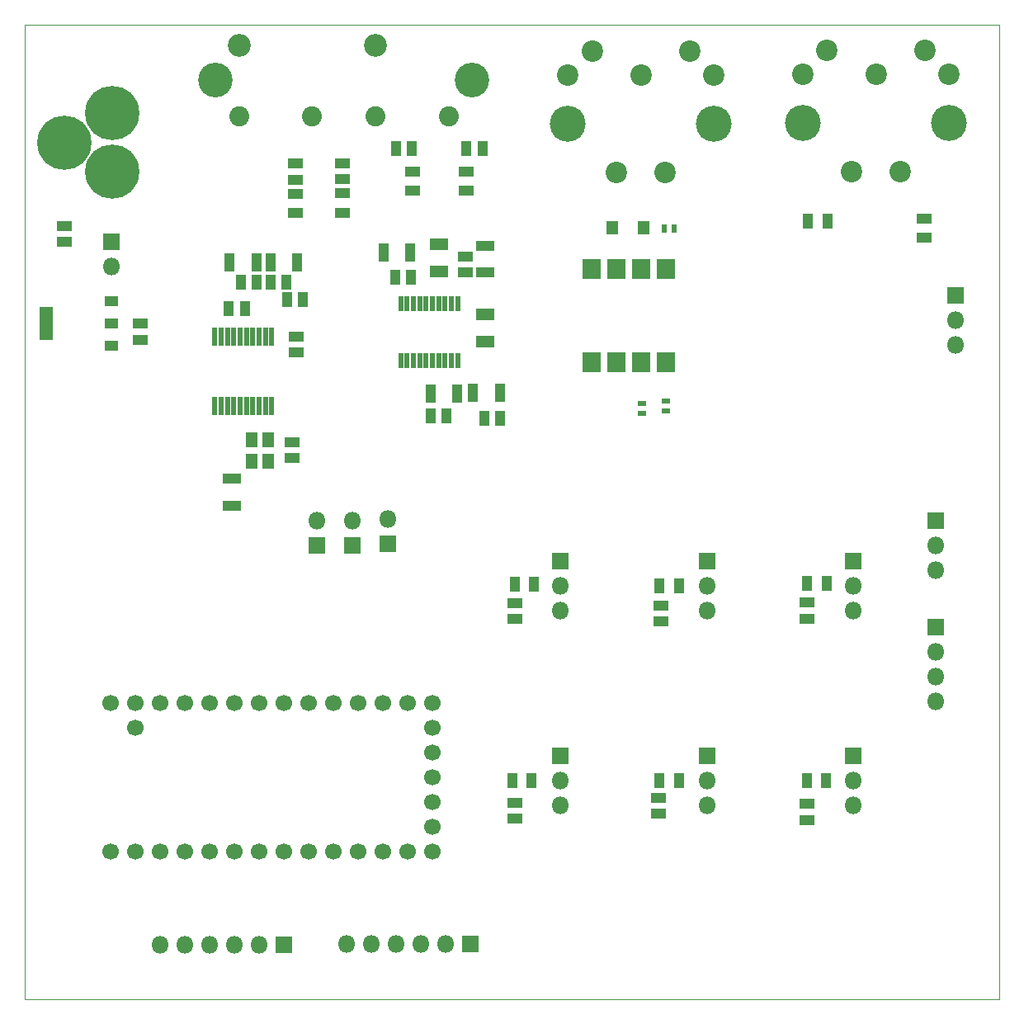
<source format=gbr>
%TF.GenerationSoftware,KiCad,Pcbnew,(5.1.6)-1*%
%TF.CreationDate,2020-08-11T23:20:14+02:00*%
%TF.ProjectId,AudioBoard,41756469-6f42-46f6-9172-642e6b696361,rev?*%
%TF.SameCoordinates,Original*%
%TF.FileFunction,Soldermask,Top*%
%TF.FilePolarity,Negative*%
%FSLAX46Y46*%
G04 Gerber Fmt 4.6, Leading zero omitted, Abs format (unit mm)*
G04 Created by KiCad (PCBNEW (5.1.6)-1) date 2020-08-11 23:20:14*
%MOMM*%
%LPD*%
G01*
G04 APERTURE LIST*
%TA.AperFunction,Profile*%
%ADD10C,0.050000*%
%TD*%
%ADD11R,1.650000X1.100000*%
%ADD12R,1.100000X1.650000*%
%ADD13R,0.900000X0.600000*%
%ADD14R,0.600000X0.900000*%
%ADD15C,3.548200*%
%ADD16C,2.350000*%
%ADD17C,2.050000*%
%ADD18R,1.880000X2.100000*%
%ADD19R,1.120000X1.880000*%
%ADD20R,1.490000X1.010000*%
%ADD21R,1.300000X1.500000*%
%ADD22C,1.700000*%
%ADD23O,1.800000X1.800000*%
%ADD24R,1.800000X1.800000*%
%ADD25C,3.685000*%
%ADD26C,2.200000*%
%ADD27C,5.560000*%
%ADD28R,0.550000X1.900000*%
%ADD29R,0.550000X1.575000*%
%ADD30R,1.400000X3.350000*%
%ADD31R,1.400000X1.050000*%
%ADD32R,1.220000X1.320000*%
%ADD33R,1.530000X1.040000*%
%ADD34R,1.880000X1.120000*%
%ADD35R,1.010000X1.490000*%
%ADD36R,1.090000X1.570000*%
%ADD37R,1.920000X1.150000*%
%ADD38R,1.570000X1.090000*%
%ADD39R,1.040000X1.530000*%
G04 APERTURE END LIST*
D10*
X50000000Y-150000000D02*
X50000000Y-50000000D01*
X50000000Y-50000000D02*
X150000000Y-50000000D01*
X150000000Y-150000000D02*
X50000000Y-150000000D01*
X150000000Y-50000000D02*
X150000000Y-150000000D01*
D11*
%TO.C,R15*%
X95300800Y-65042300D03*
X95300800Y-67042300D03*
%TD*%
%TO.C,R14*%
X89789000Y-65040000D03*
X89789000Y-67040000D03*
%TD*%
%TO.C,R13*%
X77825600Y-69326000D03*
X77825600Y-67326000D03*
%TD*%
%TO.C,R12*%
X82600800Y-69275200D03*
X82600800Y-67275200D03*
%TD*%
D12*
%TO.C,R11*%
X130396500Y-70104000D03*
X132396500Y-70104000D03*
%TD*%
D11*
%TO.C,R10*%
X142341600Y-71866000D03*
X142341600Y-69866000D03*
%TD*%
D13*
%TO.C,R9*%
X115824000Y-89631000D03*
X115824000Y-88631000D03*
%TD*%
%TO.C,R8*%
X113334800Y-89848400D03*
X113334800Y-88848400D03*
%TD*%
D14*
%TO.C,R7*%
X115656600Y-70866000D03*
X116656600Y-70866000D03*
%TD*%
D12*
%TO.C,R6*%
X102267500Y-107362000D03*
X100267500Y-107362000D03*
%TD*%
%TO.C,R5*%
X102013500Y-127508000D03*
X100013500Y-127508000D03*
%TD*%
%TO.C,R4*%
X117156500Y-107565200D03*
X115156500Y-107565200D03*
%TD*%
%TO.C,R3*%
X117156500Y-127508000D03*
X115156500Y-127508000D03*
%TD*%
%TO.C,R2*%
X132318000Y-107311200D03*
X130318000Y-107311200D03*
%TD*%
%TO.C,R1*%
X132239500Y-127508000D03*
X130239500Y-127508000D03*
%TD*%
D15*
%TO.C,J15*%
X95896000Y-55626000D03*
X69596000Y-55626000D03*
D16*
X71996000Y-52126000D03*
X85996000Y-52126000D03*
D17*
X71996000Y-59376000D03*
X79496000Y-59376000D03*
X85996000Y-59376000D03*
X93496000Y-59376000D03*
%TD*%
D18*
%TO.C,U2*%
X115824000Y-84612400D03*
X108204000Y-75082400D03*
X113284000Y-84612400D03*
X110744000Y-75082400D03*
X110744000Y-84612400D03*
X113284000Y-75082400D03*
X108204000Y-84612400D03*
X115824000Y-75082400D03*
%TD*%
D19*
%TO.C,C14*%
X91643200Y-87858600D03*
X94403200Y-87858600D03*
%TD*%
%TO.C,C13*%
X96012000Y-87731600D03*
X98772000Y-87731600D03*
%TD*%
D20*
%TO.C,C12*%
X77774800Y-65887600D03*
X77774800Y-64247600D03*
%TD*%
%TO.C,C11*%
X82600800Y-65844000D03*
X82600800Y-64204000D03*
%TD*%
D21*
%TO.C,U3*%
X73304400Y-94757600D03*
X73304400Y-92557600D03*
X75004400Y-92557600D03*
X75004400Y-94757600D03*
%TD*%
D22*
%TO.C,U1*%
X58826400Y-134823200D03*
X61366400Y-134823200D03*
X63906400Y-134823200D03*
X66446400Y-134823200D03*
X68986400Y-134823200D03*
X71526400Y-134823200D03*
X74066400Y-134823200D03*
X76606400Y-134823200D03*
X79146400Y-134823200D03*
X81686400Y-134823200D03*
X84226400Y-134823200D03*
X86766400Y-134823200D03*
X89306400Y-134823200D03*
X61366400Y-122123200D03*
X58826400Y-119583200D03*
X61366400Y-119583200D03*
X63906400Y-119583200D03*
X66446400Y-119583200D03*
X68986400Y-119583200D03*
X71526400Y-119583200D03*
X74066400Y-119583200D03*
X76606400Y-119583200D03*
X79146400Y-119583200D03*
X81686400Y-119583200D03*
X84226400Y-119583200D03*
X86766400Y-119583200D03*
X89306400Y-119583200D03*
X91846400Y-134823200D03*
X91846400Y-132283200D03*
X91846400Y-129743200D03*
X91846400Y-119583200D03*
X91846400Y-122123200D03*
X91846400Y-124663200D03*
X91846400Y-127203200D03*
%TD*%
D23*
%TO.C,JP4*%
X87274400Y-100736400D03*
D24*
X87274400Y-103276400D03*
%TD*%
D23*
%TO.C,JP3*%
X83616800Y-100838000D03*
D24*
X83616800Y-103378000D03*
%TD*%
D23*
%TO.C,JP2*%
X80010000Y-100838000D03*
D24*
X80010000Y-103378000D03*
%TD*%
D23*
%TO.C,JP1*%
X58877200Y-74828400D03*
D24*
X58877200Y-72288400D03*
%TD*%
D25*
%TO.C,J14*%
X129844800Y-60096400D03*
X144854800Y-60096400D03*
D26*
X134849800Y-65096400D03*
X139849800Y-65096400D03*
X132344800Y-52596400D03*
X142354800Y-52596400D03*
X129844800Y-55086400D03*
X137349800Y-55086400D03*
X144854800Y-55086400D03*
%TD*%
D25*
%TO.C,J13*%
X105741600Y-60178800D03*
X120751600Y-60178800D03*
D26*
X110746600Y-65178800D03*
X115746600Y-65178800D03*
X108241600Y-52678800D03*
X118251600Y-52678800D03*
X105741600Y-55168800D03*
X113246600Y-55168800D03*
X120751600Y-55168800D03*
%TD*%
D23*
%TO.C,J12*%
X105000000Y-110080000D03*
X105000000Y-107540000D03*
D24*
X105000000Y-105000000D03*
%TD*%
D23*
%TO.C,J11*%
X105000000Y-130080000D03*
X105000000Y-127540000D03*
D24*
X105000000Y-125000000D03*
%TD*%
D23*
%TO.C,J10*%
X120000000Y-110080000D03*
X120000000Y-107540000D03*
D24*
X120000000Y-105000000D03*
%TD*%
D23*
%TO.C,J9*%
X120000000Y-130080000D03*
X120000000Y-127540000D03*
D24*
X120000000Y-125000000D03*
%TD*%
D23*
%TO.C,J8*%
X135000000Y-110080000D03*
X135000000Y-107540000D03*
D24*
X135000000Y-105000000D03*
%TD*%
D23*
%TO.C,J7*%
X135000000Y-130080000D03*
X135000000Y-127540000D03*
D24*
X135000000Y-125000000D03*
%TD*%
D23*
%TO.C,J6*%
X145542000Y-82804000D03*
X145542000Y-80264000D03*
D24*
X145542000Y-77724000D03*
%TD*%
D27*
%TO.C,J5*%
X58951200Y-59094000D03*
X54051200Y-62144000D03*
X58951200Y-65094000D03*
%TD*%
D23*
%TO.C,J4*%
X143510000Y-105918000D03*
X143510000Y-103378000D03*
D24*
X143510000Y-100838000D03*
%TD*%
D23*
%TO.C,J3*%
X143510000Y-119380000D03*
X143510000Y-116840000D03*
X143510000Y-114300000D03*
D24*
X143510000Y-111760000D03*
%TD*%
D23*
%TO.C,J2*%
X83058000Y-144272000D03*
X85598000Y-144272000D03*
X88138000Y-144272000D03*
X90678000Y-144272000D03*
X93218000Y-144272000D03*
D24*
X95758000Y-144272000D03*
%TD*%
D23*
%TO.C,J1*%
X63906400Y-144424400D03*
X66446400Y-144424400D03*
X68986400Y-144424400D03*
X71526400Y-144424400D03*
X74066400Y-144424400D03*
D24*
X76606400Y-144424400D03*
%TD*%
D28*
%TO.C,IC3*%
X75365800Y-89097200D03*
X74715800Y-89097200D03*
X74065800Y-89097200D03*
X73415800Y-89097200D03*
X72765800Y-89097200D03*
X72115800Y-89097200D03*
X71465800Y-89097200D03*
X70815800Y-89097200D03*
X70165800Y-89097200D03*
X69515800Y-89097200D03*
X69515800Y-81997200D03*
X70165800Y-81997200D03*
X70815800Y-81997200D03*
X71465800Y-81997200D03*
X72115800Y-81997200D03*
X72765800Y-81997200D03*
X73415800Y-81997200D03*
X74065800Y-81997200D03*
X74715800Y-81997200D03*
X75365800Y-81997200D03*
%TD*%
D29*
%TO.C,IC2*%
X94441200Y-84446600D03*
X93791200Y-84446600D03*
X93141200Y-84446600D03*
X92491200Y-84446600D03*
X91841200Y-84446600D03*
X91191200Y-84446600D03*
X90541200Y-84446600D03*
X89891200Y-84446600D03*
X89241200Y-84446600D03*
X88591200Y-84446600D03*
X88591200Y-78570600D03*
X89241200Y-78570600D03*
X89891200Y-78570600D03*
X90541200Y-78570600D03*
X91191200Y-78570600D03*
X91841200Y-78570600D03*
X92491200Y-78570600D03*
X93141200Y-78570600D03*
X93791200Y-78570600D03*
X94441200Y-78570600D03*
%TD*%
D30*
%TO.C,IC1*%
X52174400Y-80670400D03*
D31*
X58874400Y-78380400D03*
X58874400Y-80670400D03*
X58874400Y-82960400D03*
%TD*%
D32*
%TO.C,D1*%
X113537600Y-70815200D03*
X110337600Y-70815200D03*
%TD*%
D33*
%TO.C,C31*%
X77419200Y-94437200D03*
X77419200Y-92797200D03*
%TD*%
D34*
%TO.C,C30*%
X71272400Y-99330800D03*
X71272400Y-96570800D03*
%TD*%
D35*
%TO.C,C29*%
X96977200Y-62712600D03*
X95337200Y-62712600D03*
%TD*%
%TO.C,C28*%
X88098200Y-62712600D03*
X89738200Y-62712600D03*
%TD*%
D36*
%TO.C,C27*%
X73826800Y-76403200D03*
X72186800Y-76403200D03*
%TD*%
%TO.C,C26*%
X72593200Y-79146400D03*
X70953200Y-79146400D03*
%TD*%
D19*
%TO.C,C25*%
X73812400Y-74371200D03*
X71052400Y-74371200D03*
%TD*%
%TO.C,C24*%
X86817200Y-73380600D03*
X89577200Y-73380600D03*
%TD*%
D37*
%TO.C,C23*%
X92532200Y-75285600D03*
X92532200Y-72505600D03*
%TD*%
D38*
%TO.C,C22*%
X95199200Y-73772600D03*
X95199200Y-75412600D03*
%TD*%
D36*
%TO.C,C21*%
X75234800Y-76403200D03*
X76874800Y-76403200D03*
%TD*%
%TO.C,C20*%
X88029200Y-75920600D03*
X89669200Y-75920600D03*
%TD*%
D37*
%TO.C,C19*%
X97231200Y-82510600D03*
X97231200Y-79730600D03*
%TD*%
D19*
%TO.C,C18*%
X75234800Y-74371200D03*
X77994800Y-74371200D03*
%TD*%
D34*
%TO.C,C17*%
X97231200Y-72652600D03*
X97231200Y-75412600D03*
%TD*%
D39*
%TO.C,C16*%
X78551200Y-78181200D03*
X76911200Y-78181200D03*
%TD*%
D33*
%TO.C,C15*%
X77876400Y-83631200D03*
X77876400Y-81991200D03*
%TD*%
D36*
%TO.C,C10*%
X91643200Y-90144600D03*
X93283200Y-90144600D03*
%TD*%
%TO.C,C9*%
X97166000Y-90398600D03*
X98806000Y-90398600D03*
%TD*%
D20*
%TO.C,C8*%
X100330000Y-110983200D03*
X100330000Y-109343200D03*
%TD*%
%TO.C,C7*%
X100330000Y-131434000D03*
X100330000Y-129794000D03*
%TD*%
%TO.C,C6*%
X115316000Y-111237200D03*
X115316000Y-109597200D03*
%TD*%
%TO.C,C5*%
X115062000Y-130926000D03*
X115062000Y-129286000D03*
%TD*%
%TO.C,C4*%
X130302000Y-110925200D03*
X130302000Y-109285200D03*
%TD*%
%TO.C,C3*%
X130302000Y-131572000D03*
X130302000Y-129932000D03*
%TD*%
D33*
%TO.C,C2*%
X61874400Y-82310400D03*
X61874400Y-80670400D03*
%TD*%
%TO.C,C1*%
X54051200Y-70648400D03*
X54051200Y-72288400D03*
%TD*%
M02*

</source>
